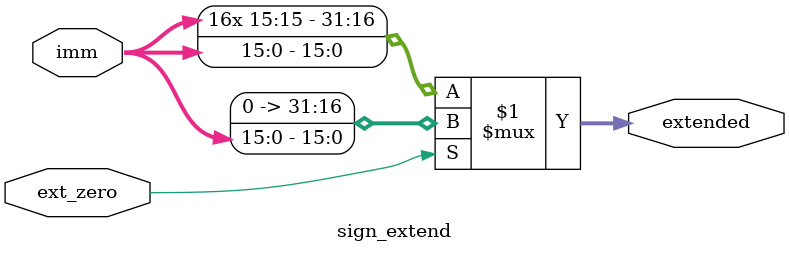
<source format=v>
/*UFRPE - Universidade Federal Rural de Pernambuco
Licenciatura em Computação - Noite
Disciplina: Arquitetura e Organização de Computadores
Professor: Vitor Coutinho

2ª VERIFICAÇÃO DE APRENDIZAGEM (2 VA)

Nome do grupo:
Arthur Henrique Nascimento
Jeniffer Cavalcanti de Oliveira
Luciana Gonçalves
Maria Luiza Cavalcanti

sign_extend.v
Função: Estende um valor imediato de 16 bits para 32 bits, com ou sem sinal.
*/


module sign_extend(
    input [15:0] imm,
    input ext_zero, // 1 = extensão zero, 0 = extensão de sinal
    output [31:0] extended
);
    assign extended = ext_zero ? {16'b0, imm} : {{16{imm[15]}}, imm};
endmodule
</source>
